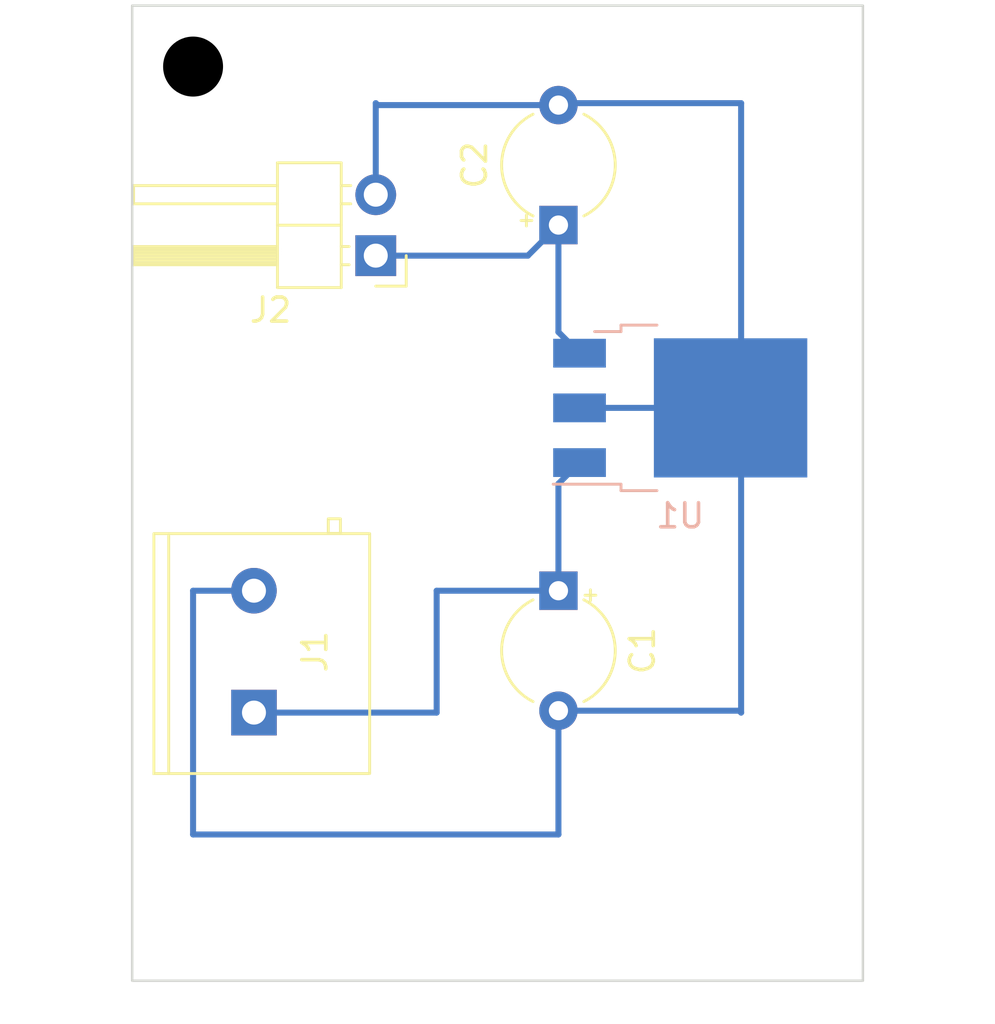
<source format=kicad_pcb>
(kicad_pcb (version 20211014) (generator pcbnew)
  (layers (0 "F.Cu" signal) (31 "B.Cu" signal) (34 "B.Paste" user) (35 "F.Paste" user) (36 "B.SilkS" user "B.Silkscreen") (37 "F.SilkS" user "F.Silkscreen") (38 "B.Mask" user) (39 "F.Mask" user) (44 "Edge.Cuts" user))
  (net 0 "")
  (net 1 "+12V")
  (net 2 "GND")
  (net 3 "+5V")
  (footprint "Capacitor_THT:CP_Radial_Tantal_D4.5mm_P5.00mm" (layer "F.Cu") (at 53.34 62.485 90)
    (fp_text reference "C2" (at 2.5 -3.5 90) (layer "F.SilkS"))
    (fp_text value "0.1µF")
    (fp_line (start -0.037288 -1.335) (end 0.412712 -1.335) (layer "F.SilkS") (width 0.12))
    (fp_line (start 0.187712 -1.56) (end 0.187712 -1.11) (layer "F.SilkS") (width 0.12))
    (fp_arc (start 0.380259 -1.06) (mid 2.5 -2.37) (end 4.619741 -1.06) (layer "F.SilkS") (width 0.12))
    (fp_arc (start 4.619741 1.06) (mid 2.5 2.37) (end 0.380259 1.06) (layer "F.SilkS") (width 0.12))
    (pad "1" thru_hole rect (at 0 0 90) (size 1.6 1.6) (drill 0.8) (layers *.Cu *.Mask) (net 3 "+5V"))
    (pad "2" thru_hole circle (at 5 0 90) (size 1.6 1.6) (drill 0.8) (layers *.Cu *.Mask) (net 2 "GND"))
  )
  (footprint "MountingHole:MountingHole_2.5mm" (layer "F.Cu") (at 63.5 55.88)
    (fp_text reference "REF**" hide)
    (fp_text value "MountingHole_2.5mm")
    (pad "" np_thru_hole circle (at 0 0) (size 2.5 2.5) (drill 2.5) (layers *.Cu *.Mask))
  )
  (footprint "MountingHole:MountingHole_2.5mm" (layer "F.Cu") (at 38.1 55.88)
    (fp_text reference "REF**" hide)
    (fp_text value "MountingHole_2.5mm")
    (pad "" np_thru_hole circle (at 0 0) (size 2.5 2.5) (drill 2.5) (layers *.Mask))
  )
  (footprint "Connector_PinHeader_2.54mm:PinHeader_1x02_P2.54mm_Horizontal" (layer "F.Cu") (at 45.72 63.76 180)
    (fp_text reference "J2" (at 4.385 -2.27) (layer "F.SilkS"))
    (fp_text value "5V_Power")
    (fp_line (start 10.1 -0.38) (end 10.1 0.38) (layer "F.SilkS") (width 0.12))
    (fp_line (start 10.1 2.92) (end 4.1 2.92) (layer "F.SilkS") (width 0.12))
    (fp_line (start -1.27 -1.27) (end 0 -1.27) (layer "F.SilkS") (width 0.12))
    (fp_line (start 4.1 0.04) (end 10.1 0.04) (layer "F.SilkS") (width 0.12))
    (fp_line (start 1.44 -1.33) (end 1.44 3.87) (layer "F.SilkS") (width 0.12))
    (fp_line (start 4.1 -0.08) (end 10.1 -0.08) (layer "F.SilkS") (width 0.12))
    (fp_line (start -1.27 0) (end -1.27 -1.27) (layer "F.SilkS") (width 0.12))
    (fp_line (start 1.44 3.87) (end 4.1 3.87) (layer "F.SilkS") (width 0.12))
    (fp_line (start 10.1 0.38) (end 4.1 0.38) (layer "F.SilkS") (width 0.12))
    (fp_line (start 4.1 0.28) (end 10.1 0.28) (layer "F.SilkS") (width 0.12))
    (fp_line (start 1.11 0.38) (end 1.44 0.38) (layer "F.SilkS") (width 0.12))
    (fp_line (start 4.1 2.16) (end 10.1 2.16) (layer "F.SilkS") (width 0.12))
    (fp_line (start 4.1 -0.38) (end 10.1 -0.38) (layer "F.SilkS") (width 0.12))
    (fp_line (start 4.1 -0.2) (end 10.1 -0.2) (layer "F.SilkS") (width 0.12))
    (fp_line (start 1.042929 2.16) (end 1.44 2.16) (layer "F.SilkS") (width 0.12))
    (fp_line (start 10.1 2.16) (end 10.1 2.92) (layer "F.SilkS") (width 0.12))
    (fp_line (start 4.1 3.87) (end 4.1 -1.33) (layer "F.SilkS") (width 0.12))
    (fp_line (start 4.1 -0.32) (end 10.1 -0.32) (layer "F.SilkS") (width 0.12))
    (fp_line (start 4.1 0.16) (end 10.1 0.16) (layer "F.SilkS") (width 0.12))
    (fp_line (start 4.1 -1.33) (end 1.44 -1.33) (layer "F.SilkS") (width 0.12))
    (fp_line (start 1.042929 2.92) (end 1.44 2.92) (layer "F.SilkS") (width 0.12))
    (fp_line (start 1.44 1.27) (end 4.1 1.27) (layer "F.SilkS") (width 0.12))
    (fp_line (start 1.11 -0.38) (end 1.44 -0.38) (layer "F.SilkS") (width 0.12))
    (pad "1" thru_hole rect (at 0 0 180) (size 1.7 1.7) (drill 1) (layers *.Cu *.Mask) (net 3 "+5V"))
    (pad "2" thru_hole oval (at 0 2.54 180) (size 1.7 1.7) (drill 1) (layers *.Cu *.Mask) (net 2 "GND"))
  )
  (footprint "MountingHole:MountingHole_2.5mm" (layer "F.Cu") (at 63.5 91.44)
    (fp_text reference "REF**" hide)
    (fp_text value "MountingHole_2.5mm")
    (pad "" np_thru_hole circle (at 0 0) (size 2.5 2.5) (drill 2.5) (layers *.Cu *.Mask))
  )
  (footprint "Connector_Project:Connector CTB1202_2BK" (layer "F.Cu") (at 40.64 82.805 90)
    (fp_text reference "J1" (at 2.54 2.54 90 unlocked) (layer "F.SilkS"))
    (fp_text value "12V_Power")
    (fp_line (start -2.54 -3.556) (end 7.366 -3.556) (layer "F.SilkS") (width 0.12))
    (fp_rect (start -2.54 -4.174) (end 7.46 4.826) (layer "F.SilkS") (width 0.12) (fill none))
    (fp_rect (start 7.4676 3.6068) (end 8.0772 3.0988) (layer "F.SilkS") (width 0.12) (fill none))
    (pad "1" thru_hole rect (at 0 0 90) (size 1.9 1.9) (drill 1) (layers *.Cu *.Mask) (net 1 "+12V"))
    (pad "2" thru_hole circle (at 5.08 0 90) (size 1.9 1.9) (drill 1) (layers *.Cu *.Mask) (net 2 "GND"))
  )
  (footprint "MountingHole:MountingHole_2.5mm" (layer "F.Cu") (at 38.1 91.44)
    (fp_text reference "REF**" hide)
    (fp_text value "MountingHole_2.5mm")
    (pad "" np_thru_hole circle (at 0 0) (size 2.5 2.5) (drill 2.5) (layers *.Cu *.Mask))
  )
  (footprint "Capacitor_THT:CP_Radial_Tantal_D4.5mm_P5.00mm" (layer "F.Cu") (at 53.34 77.725 -90)
    (fp_text reference "C1" (at 2.5 -3.5 90) (layer "F.SilkS"))
    (fp_text value "0.33µF")
    (fp_line (start 0.187712 -1.56) (end 0.187712 -1.11) (layer "F.SilkS") (width 0.12))
    (fp_line (start -0.037288 -1.335) (end 0.412712 -1.335) (layer "F.SilkS") (width 0.12))
    (fp_arc (start 4.619741 1.06) (mid 2.5 2.37) (end 0.380259 1.06) (layer "F.SilkS") (width 0.12))
    (fp_arc (start 0.380259 -1.06) (mid 2.5 -2.37) (end 4.619741 -1.06) (layer "F.SilkS") (width 0.12))
    (pad "1" thru_hole rect (at 0 0 270) (size 1.6 1.6) (drill 0.8) (layers *.Cu *.Mask) (net 1 "+12V"))
    (pad "2" thru_hole circle (at 5 0 270) (size 1.6 1.6) (drill 0.8) (layers *.Cu *.Mask) (net 2 "GND"))
  )
  (footprint "Package_TO_SOT_SMD:TO-252-3_TabPin2" (layer "B.Cu") (at 58.42 70.105)
    (fp_text reference "U1" (at 0 4.5) (layer "B.SilkS") (effects (justify mirror)))
    (fp_text value "L7805")
    (fp_line (start -0.97 3.45) (end -2.47 3.45) (layer "B.SilkS") (width 0.12))
    (fp_line (start -0.97 -3.45) (end -2.47 -3.45) (layer "B.SilkS") (width 0.12))
    (fp_line (start -2.47 3.18) (end -5.3 3.18) (layer "B.SilkS") (width 0.12))
    (fp_line (start -2.47 3.45) (end -2.47 3.18) (layer "B.SilkS") (width 0.12))
    (fp_line (start -2.47 -3.45) (end -2.47 -3.18) (layer "B.SilkS") (width 0.12))
    (fp_line (start -2.47 -3.18) (end -3.57 -3.18) (layer "B.SilkS") (width 0.12))
    (pad "1" smd rect (at -4.2 2.28) (size 2.2 1.2) (layers "B.Cu" "B.Paste" "B.Mask") (net 1 "+12V"))
    (pad "2" smd rect (at 2.1 0) (size 6.4 5.8) (layers "B.Cu" "B.Mask") (net 2 "GND"))
    (pad "2" smd rect (at -4.2 0) (size 2.2 1.2) (layers "B.Cu" "B.Paste" "B.Mask") (net 2 "GND"))
    (pad "3" smd rect (at -4.2 -2.28) (size 2.2 1.2) (layers "B.Cu" "B.Paste" "B.Mask") (net 3 "+5V"))
  )
  (gr_rect (start 35.56 53.34) (end 66.04 93.98) (layer "Edge.Cuts") (width 0.1) (fill none))
  (segment (start 53.34 73.265) (end 54.22 72.385) (width 0.25) (layer "B.Cu") (net 1))
  (segment (start 48.26 82.805) (end 40.64 82.805) (width 0.25) (layer "B.Cu") (net 1))
  (segment (start 53.34 77.725) (end 48.26 77.725) (width 0.25) (layer "B.Cu") (net 1))
  (segment (start 53.34 77.725) (end 53.34 73.265) (width 0.25) (layer "B.Cu") (net 1))
  (segment (start 48.26 77.725) (end 48.26 82.805) (width 0.25) (layer "B.Cu") (net 1))
  (segment (start 38.1 77.725) (end 40.64 77.725) (width 0.25) (layer "B.Cu") (net 2))
  (segment (start 38.1 87.885) (end 38.1 77.725) (width 0.25) (layer "B.Cu") (net 2))
  (segment (start 60.52 70.105) (end 60.96 70.105) (width 0.25) (layer "B.Cu") (net 2))
  (segment (start 45.72 61.22) (end 45.72 57.405) (width 0.25) (layer "B.Cu") (net 2))
  (segment (start 60.52 70.105) (end 54.22 70.105) (width 0.25) (layer "B.Cu") (net 2))
  (segment (start 53.34 82.725) (end 60.88 82.725) (width 0.25) (layer "B.Cu") (net 2))
  (segment (start 60.96 70.105) (end 60.96 57.405) (width 0.25) (layer "B.Cu") (net 2))
  (segment (start 45.72 57.405) (end 45.8 57.485) (width 0.25) (layer "B.Cu") (net 2))
  (segment (start 53.34 82.725) (end 53.34 87.885) (width 0.25) (layer "B.Cu") (net 2))
  (segment (start 60.88 82.725) (end 60.96 82.805) (width 0.25) (layer "B.Cu") (net 2))
  (segment (start 60.96 82.805) (end 60.96 70.105) (width 0.25) (layer "B.Cu") (net 2))
  (segment (start 45.8 57.485) (end 53.34 57.485) (width 0.25) (layer "B.Cu") (net 2))
  (segment (start 53.34 87.885) (end 38.1 87.885) (width 0.25) (layer "B.Cu") (net 2))
  (segment (start 60.96 57.405) (end 53.34 57.405) (width 0.25) (layer "B.Cu") (net 2))
  (segment (start 45.72 63.76) (end 52.065 63.76) (width 0.25) (layer "B.Cu") (net 3))
  (segment (start 53.34 66.945) (end 54.22 67.825) (width 0.25) (layer "B.Cu") (net 3))
  (segment (start 53.34 62.485) (end 53.34 66.945) (width 0.25) (layer "B.Cu") (net 3))
  (segment (start 52.065 63.76) (end 53.34 62.485) (width 0.25) (layer "B.Cu") (net 3))
)
</source>
